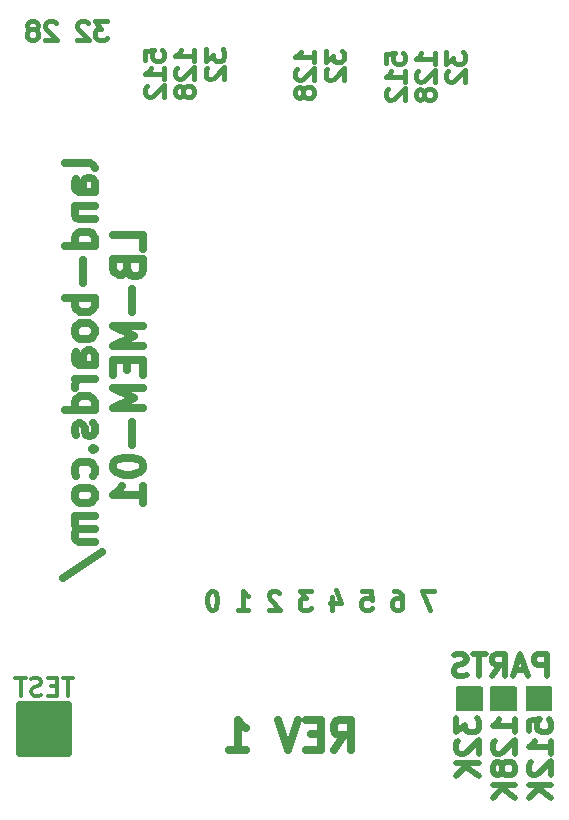
<source format=gbo>
G04 #@! TF.GenerationSoftware,KiCad,Pcbnew,(6.0.1)*
G04 #@! TF.CreationDate,2022-09-09T10:36:18-04:00*
G04 #@! TF.ProjectId,LB-MEM-01,4c422d4d-454d-42d3-9031-2e6b69636164,1*
G04 #@! TF.SameCoordinates,Original*
G04 #@! TF.FileFunction,Legend,Bot*
G04 #@! TF.FilePolarity,Positive*
%FSLAX46Y46*%
G04 Gerber Fmt 4.6, Leading zero omitted, Abs format (unit mm)*
G04 Created by KiCad (PCBNEW (6.0.1)) date 2022-09-09 10:36:18*
%MOMM*%
%LPD*%
G01*
G04 APERTURE LIST*
%ADD10C,0.476250*%
%ADD11C,0.396875*%
%ADD12C,0.381000*%
%ADD13C,0.635000*%
%ADD14C,0.304800*%
%ADD15C,0.650000*%
G04 APERTURE END LIST*
D10*
X180440466Y-106678185D02*
X180440466Y-104773185D01*
X179714751Y-104773185D01*
X179533323Y-104863900D01*
X179442608Y-104954614D01*
X179351894Y-105136042D01*
X179351894Y-105408185D01*
X179442608Y-105589614D01*
X179533323Y-105680328D01*
X179714751Y-105771042D01*
X180440466Y-105771042D01*
X178626180Y-106133900D02*
X177719037Y-106133900D01*
X178807608Y-106678185D02*
X178172608Y-104773185D01*
X177537608Y-106678185D01*
X175814037Y-106678185D02*
X176449037Y-105771042D01*
X176902608Y-106678185D02*
X176902608Y-104773185D01*
X176176894Y-104773185D01*
X175995466Y-104863900D01*
X175904751Y-104954614D01*
X175814037Y-105136042D01*
X175814037Y-105408185D01*
X175904751Y-105589614D01*
X175995466Y-105680328D01*
X176176894Y-105771042D01*
X176902608Y-105771042D01*
X175269751Y-104773185D02*
X174181180Y-104773185D01*
X174725466Y-106678185D02*
X174725466Y-104773185D01*
X173636894Y-106587471D02*
X173364751Y-106678185D01*
X172911180Y-106678185D01*
X172729751Y-106587471D01*
X172639037Y-106496757D01*
X172548323Y-106315328D01*
X172548323Y-106133900D01*
X172639037Y-105952471D01*
X172729751Y-105861757D01*
X172911180Y-105771042D01*
X173274037Y-105680328D01*
X173455466Y-105589614D01*
X173546180Y-105498900D01*
X173636894Y-105317471D01*
X173636894Y-105136042D01*
X173546180Y-104954614D01*
X173455466Y-104863900D01*
X173274037Y-104773185D01*
X172820466Y-104773185D01*
X172548323Y-104863900D01*
D11*
X160730217Y-54705892D02*
X160730217Y-53798749D01*
X160730217Y-54252321D02*
X159142717Y-54252321D01*
X159369503Y-54101130D01*
X159520693Y-53949940D01*
X159596289Y-53798749D01*
X159293908Y-55310654D02*
X159218313Y-55386249D01*
X159142717Y-55537440D01*
X159142717Y-55915416D01*
X159218313Y-56066606D01*
X159293908Y-56142202D01*
X159445098Y-56217797D01*
X159596289Y-56217797D01*
X159823074Y-56142202D01*
X160730217Y-55235059D01*
X160730217Y-56217797D01*
X159823074Y-57124940D02*
X159747479Y-56973749D01*
X159671884Y-56898154D01*
X159520693Y-56822559D01*
X159445098Y-56822559D01*
X159293908Y-56898154D01*
X159218313Y-56973749D01*
X159142717Y-57124940D01*
X159142717Y-57427321D01*
X159218313Y-57578511D01*
X159293908Y-57654106D01*
X159445098Y-57729702D01*
X159520693Y-57729702D01*
X159671884Y-57654106D01*
X159747479Y-57578511D01*
X159823074Y-57427321D01*
X159823074Y-57124940D01*
X159898670Y-56973749D01*
X159974265Y-56898154D01*
X160125455Y-56822559D01*
X160427836Y-56822559D01*
X160579027Y-56898154D01*
X160654622Y-56973749D01*
X160730217Y-57124940D01*
X160730217Y-57427321D01*
X160654622Y-57578511D01*
X160579027Y-57654106D01*
X160427836Y-57729702D01*
X160125455Y-57729702D01*
X159974265Y-57654106D01*
X159898670Y-57578511D01*
X159823074Y-57427321D01*
X161698592Y-53723154D02*
X161698592Y-54705892D01*
X162303354Y-54176725D01*
X162303354Y-54403511D01*
X162378949Y-54554702D01*
X162454545Y-54630297D01*
X162605735Y-54705892D01*
X162983711Y-54705892D01*
X163134902Y-54630297D01*
X163210497Y-54554702D01*
X163286092Y-54403511D01*
X163286092Y-53949940D01*
X163210497Y-53798749D01*
X163134902Y-53723154D01*
X161849783Y-55310654D02*
X161774188Y-55386249D01*
X161698592Y-55537440D01*
X161698592Y-55915416D01*
X161774188Y-56066606D01*
X161849783Y-56142202D01*
X162000973Y-56217797D01*
X162152164Y-56217797D01*
X162378949Y-56142202D01*
X163286092Y-55235059D01*
X163286092Y-56217797D01*
X146434779Y-54528697D02*
X146434779Y-53772744D01*
X147190732Y-53697149D01*
X147115136Y-53772744D01*
X147039541Y-53923935D01*
X147039541Y-54301911D01*
X147115136Y-54453102D01*
X147190732Y-54528697D01*
X147341922Y-54604292D01*
X147719898Y-54604292D01*
X147871089Y-54528697D01*
X147946684Y-54453102D01*
X148022279Y-54301911D01*
X148022279Y-53923935D01*
X147946684Y-53772744D01*
X147871089Y-53697149D01*
X148022279Y-56116197D02*
X148022279Y-55209054D01*
X148022279Y-55662625D02*
X146434779Y-55662625D01*
X146661565Y-55511435D01*
X146812755Y-55360244D01*
X146888351Y-55209054D01*
X146585970Y-56720959D02*
X146510375Y-56796554D01*
X146434779Y-56947744D01*
X146434779Y-57325721D01*
X146510375Y-57476911D01*
X146585970Y-57552506D01*
X146737160Y-57628102D01*
X146888351Y-57628102D01*
X147115136Y-57552506D01*
X148022279Y-56645363D01*
X148022279Y-57628102D01*
X150578154Y-54604292D02*
X150578154Y-53697149D01*
X150578154Y-54150721D02*
X148990654Y-54150721D01*
X149217440Y-53999530D01*
X149368630Y-53848340D01*
X149444226Y-53697149D01*
X149141845Y-55209054D02*
X149066250Y-55284649D01*
X148990654Y-55435840D01*
X148990654Y-55813816D01*
X149066250Y-55965006D01*
X149141845Y-56040602D01*
X149293035Y-56116197D01*
X149444226Y-56116197D01*
X149671011Y-56040602D01*
X150578154Y-55133459D01*
X150578154Y-56116197D01*
X149671011Y-57023340D02*
X149595416Y-56872149D01*
X149519821Y-56796554D01*
X149368630Y-56720959D01*
X149293035Y-56720959D01*
X149141845Y-56796554D01*
X149066250Y-56872149D01*
X148990654Y-57023340D01*
X148990654Y-57325721D01*
X149066250Y-57476911D01*
X149141845Y-57552506D01*
X149293035Y-57628102D01*
X149368630Y-57628102D01*
X149519821Y-57552506D01*
X149595416Y-57476911D01*
X149671011Y-57325721D01*
X149671011Y-57023340D01*
X149746607Y-56872149D01*
X149822202Y-56796554D01*
X149973392Y-56720959D01*
X150275773Y-56720959D01*
X150426964Y-56796554D01*
X150502559Y-56872149D01*
X150578154Y-57023340D01*
X150578154Y-57325721D01*
X150502559Y-57476911D01*
X150426964Y-57552506D01*
X150275773Y-57628102D01*
X149973392Y-57628102D01*
X149822202Y-57552506D01*
X149746607Y-57476911D01*
X149671011Y-57325721D01*
X151546529Y-53621554D02*
X151546529Y-54604292D01*
X152151291Y-54075125D01*
X152151291Y-54301911D01*
X152226886Y-54453102D01*
X152302482Y-54528697D01*
X152453672Y-54604292D01*
X152831648Y-54604292D01*
X152982839Y-54528697D01*
X153058434Y-54453102D01*
X153134029Y-54301911D01*
X153134029Y-53848340D01*
X153058434Y-53697149D01*
X152982839Y-53621554D01*
X151697720Y-55209054D02*
X151622125Y-55284649D01*
X151546529Y-55435840D01*
X151546529Y-55813816D01*
X151622125Y-55965006D01*
X151697720Y-56040602D01*
X151848910Y-56116197D01*
X152000101Y-56116197D01*
X152226886Y-56040602D01*
X153134029Y-55133459D01*
X153134029Y-56116197D01*
X166805579Y-54782697D02*
X166805579Y-54026744D01*
X167561532Y-53951149D01*
X167485936Y-54026744D01*
X167410341Y-54177935D01*
X167410341Y-54555911D01*
X167485936Y-54707102D01*
X167561532Y-54782697D01*
X167712722Y-54858292D01*
X168090698Y-54858292D01*
X168241889Y-54782697D01*
X168317484Y-54707102D01*
X168393079Y-54555911D01*
X168393079Y-54177935D01*
X168317484Y-54026744D01*
X168241889Y-53951149D01*
X168393079Y-56370197D02*
X168393079Y-55463054D01*
X168393079Y-55916625D02*
X166805579Y-55916625D01*
X167032365Y-55765435D01*
X167183555Y-55614244D01*
X167259151Y-55463054D01*
X166956770Y-56974959D02*
X166881175Y-57050554D01*
X166805579Y-57201744D01*
X166805579Y-57579721D01*
X166881175Y-57730911D01*
X166956770Y-57806506D01*
X167107960Y-57882102D01*
X167259151Y-57882102D01*
X167485936Y-57806506D01*
X168393079Y-56899363D01*
X168393079Y-57882102D01*
X170948954Y-54858292D02*
X170948954Y-53951149D01*
X170948954Y-54404721D02*
X169361454Y-54404721D01*
X169588240Y-54253530D01*
X169739430Y-54102340D01*
X169815026Y-53951149D01*
X169512645Y-55463054D02*
X169437050Y-55538649D01*
X169361454Y-55689840D01*
X169361454Y-56067816D01*
X169437050Y-56219006D01*
X169512645Y-56294602D01*
X169663835Y-56370197D01*
X169815026Y-56370197D01*
X170041811Y-56294602D01*
X170948954Y-55387459D01*
X170948954Y-56370197D01*
X170041811Y-57277340D02*
X169966216Y-57126149D01*
X169890621Y-57050554D01*
X169739430Y-56974959D01*
X169663835Y-56974959D01*
X169512645Y-57050554D01*
X169437050Y-57126149D01*
X169361454Y-57277340D01*
X169361454Y-57579721D01*
X169437050Y-57730911D01*
X169512645Y-57806506D01*
X169663835Y-57882102D01*
X169739430Y-57882102D01*
X169890621Y-57806506D01*
X169966216Y-57730911D01*
X170041811Y-57579721D01*
X170041811Y-57277340D01*
X170117407Y-57126149D01*
X170193002Y-57050554D01*
X170344192Y-56974959D01*
X170646573Y-56974959D01*
X170797764Y-57050554D01*
X170873359Y-57126149D01*
X170948954Y-57277340D01*
X170948954Y-57579721D01*
X170873359Y-57730911D01*
X170797764Y-57806506D01*
X170646573Y-57882102D01*
X170344192Y-57882102D01*
X170193002Y-57806506D01*
X170117407Y-57730911D01*
X170041811Y-57579721D01*
X171917329Y-53875554D02*
X171917329Y-54858292D01*
X172522091Y-54329125D01*
X172522091Y-54555911D01*
X172597686Y-54707102D01*
X172673282Y-54782697D01*
X172824472Y-54858292D01*
X173202448Y-54858292D01*
X173353639Y-54782697D01*
X173429234Y-54707102D01*
X173504829Y-54555911D01*
X173504829Y-54102340D01*
X173429234Y-53951149D01*
X173353639Y-53875554D01*
X172068520Y-55463054D02*
X171992925Y-55538649D01*
X171917329Y-55689840D01*
X171917329Y-56067816D01*
X171992925Y-56219006D01*
X172068520Y-56294602D01*
X172219710Y-56370197D01*
X172370901Y-56370197D01*
X172597686Y-56294602D01*
X173504829Y-55387459D01*
X173504829Y-56370197D01*
X143178325Y-51251454D02*
X142195587Y-51251454D01*
X142724754Y-51856216D01*
X142497968Y-51856216D01*
X142346778Y-51931811D01*
X142271183Y-52007407D01*
X142195587Y-52158597D01*
X142195587Y-52536573D01*
X142271183Y-52687764D01*
X142346778Y-52763359D01*
X142497968Y-52838954D01*
X142951540Y-52838954D01*
X143102730Y-52763359D01*
X143178325Y-52687764D01*
X141590825Y-51402645D02*
X141515230Y-51327050D01*
X141364040Y-51251454D01*
X140986063Y-51251454D01*
X140834873Y-51327050D01*
X140759278Y-51402645D01*
X140683683Y-51553835D01*
X140683683Y-51705026D01*
X140759278Y-51931811D01*
X141666421Y-52838954D01*
X140683683Y-52838954D01*
X138869397Y-51402645D02*
X138793802Y-51327050D01*
X138642611Y-51251454D01*
X138264635Y-51251454D01*
X138113444Y-51327050D01*
X138037849Y-51402645D01*
X137962254Y-51553835D01*
X137962254Y-51705026D01*
X138037849Y-51931811D01*
X138944992Y-52838954D01*
X137962254Y-52838954D01*
X137055111Y-51931811D02*
X137206302Y-51856216D01*
X137281897Y-51780621D01*
X137357492Y-51629430D01*
X137357492Y-51553835D01*
X137281897Y-51402645D01*
X137206302Y-51327050D01*
X137055111Y-51251454D01*
X136752730Y-51251454D01*
X136601540Y-51327050D01*
X136525944Y-51402645D01*
X136450349Y-51553835D01*
X136450349Y-51629430D01*
X136525944Y-51780621D01*
X136601540Y-51856216D01*
X136752730Y-51931811D01*
X137055111Y-51931811D01*
X137206302Y-52007407D01*
X137281897Y-52083002D01*
X137357492Y-52234192D01*
X137357492Y-52536573D01*
X137281897Y-52687764D01*
X137206302Y-52763359D01*
X137055111Y-52838954D01*
X136752730Y-52838954D01*
X136601540Y-52763359D01*
X136525944Y-52687764D01*
X136450349Y-52536573D01*
X136450349Y-52234192D01*
X136525944Y-52083002D01*
X136601540Y-52007407D01*
X136752730Y-51931811D01*
D12*
X170891200Y-99460654D02*
X169875200Y-99460654D01*
X170528342Y-101048154D01*
X167480342Y-99460654D02*
X167770628Y-99460654D01*
X167915771Y-99536250D01*
X167988342Y-99611845D01*
X168133485Y-99838630D01*
X168206057Y-100141011D01*
X168206057Y-100745773D01*
X168133485Y-100896964D01*
X168060914Y-100972559D01*
X167915771Y-101048154D01*
X167625485Y-101048154D01*
X167480342Y-100972559D01*
X167407771Y-100896964D01*
X167335200Y-100745773D01*
X167335200Y-100367797D01*
X167407771Y-100216607D01*
X167480342Y-100141011D01*
X167625485Y-100065416D01*
X167915771Y-100065416D01*
X168060914Y-100141011D01*
X168133485Y-100216607D01*
X168206057Y-100367797D01*
X164795200Y-99460654D02*
X165520914Y-99460654D01*
X165593485Y-100216607D01*
X165520914Y-100141011D01*
X165375771Y-100065416D01*
X165012914Y-100065416D01*
X164867771Y-100141011D01*
X164795200Y-100216607D01*
X164722628Y-100367797D01*
X164722628Y-100745773D01*
X164795200Y-100896964D01*
X164867771Y-100972559D01*
X165012914Y-101048154D01*
X165375771Y-101048154D01*
X165520914Y-100972559D01*
X165593485Y-100896964D01*
X162255200Y-99989821D02*
X162255200Y-101048154D01*
X162618057Y-99385059D02*
X162980914Y-100518988D01*
X162037485Y-100518988D01*
X160440914Y-99460654D02*
X159497485Y-99460654D01*
X160005485Y-100065416D01*
X159787771Y-100065416D01*
X159642628Y-100141011D01*
X159570057Y-100216607D01*
X159497485Y-100367797D01*
X159497485Y-100745773D01*
X159570057Y-100896964D01*
X159642628Y-100972559D01*
X159787771Y-101048154D01*
X160223200Y-101048154D01*
X160368342Y-100972559D01*
X160440914Y-100896964D01*
X157755771Y-99611845D02*
X157683200Y-99536250D01*
X157538057Y-99460654D01*
X157175200Y-99460654D01*
X157030057Y-99536250D01*
X156957485Y-99611845D01*
X156884914Y-99763035D01*
X156884914Y-99914226D01*
X156957485Y-100141011D01*
X157828342Y-101048154D01*
X156884914Y-101048154D01*
X154272342Y-101048154D02*
X155143200Y-101048154D01*
X154707771Y-101048154D02*
X154707771Y-99460654D01*
X154852914Y-99687440D01*
X154998057Y-99838630D01*
X155143200Y-99914226D01*
X152167771Y-99460654D02*
X152022628Y-99460654D01*
X151877485Y-99536250D01*
X151804914Y-99611845D01*
X151732342Y-99763035D01*
X151659771Y-100065416D01*
X151659771Y-100443392D01*
X151732342Y-100745773D01*
X151804914Y-100896964D01*
X151877485Y-100972559D01*
X152022628Y-101048154D01*
X152167771Y-101048154D01*
X152312914Y-100972559D01*
X152385485Y-100896964D01*
X152458057Y-100745773D01*
X152530628Y-100443392D01*
X152530628Y-100065416D01*
X152458057Y-99763035D01*
X152385485Y-99611845D01*
X152312914Y-99536250D01*
X152167771Y-99460654D01*
D13*
X142157147Y-63625790D02*
X142036195Y-63383885D01*
X141794290Y-63262933D01*
X139617147Y-63262933D01*
X142157147Y-65681980D02*
X140826671Y-65681980D01*
X140584766Y-65561028D01*
X140463814Y-65319123D01*
X140463814Y-64835314D01*
X140584766Y-64593409D01*
X142036195Y-65681980D02*
X142157147Y-65440076D01*
X142157147Y-64835314D01*
X142036195Y-64593409D01*
X141794290Y-64472457D01*
X141552385Y-64472457D01*
X141310480Y-64593409D01*
X141189528Y-64835314D01*
X141189528Y-65440076D01*
X141068576Y-65681980D01*
X140463814Y-66891504D02*
X142157147Y-66891504D01*
X140705719Y-66891504D02*
X140584766Y-67012457D01*
X140463814Y-67254361D01*
X140463814Y-67617219D01*
X140584766Y-67859123D01*
X140826671Y-67980076D01*
X142157147Y-67980076D01*
X142157147Y-70278171D02*
X139617147Y-70278171D01*
X142036195Y-70278171D02*
X142157147Y-70036266D01*
X142157147Y-69552457D01*
X142036195Y-69310552D01*
X141915242Y-69189600D01*
X141673338Y-69068647D01*
X140947623Y-69068647D01*
X140705719Y-69189600D01*
X140584766Y-69310552D01*
X140463814Y-69552457D01*
X140463814Y-70036266D01*
X140584766Y-70278171D01*
X141189528Y-71487695D02*
X141189528Y-73422933D01*
X142157147Y-74632457D02*
X139617147Y-74632457D01*
X140584766Y-74632457D02*
X140463814Y-74874361D01*
X140463814Y-75358171D01*
X140584766Y-75600076D01*
X140705719Y-75721028D01*
X140947623Y-75841980D01*
X141673338Y-75841980D01*
X141915242Y-75721028D01*
X142036195Y-75600076D01*
X142157147Y-75358171D01*
X142157147Y-74874361D01*
X142036195Y-74632457D01*
X142157147Y-77293409D02*
X142036195Y-77051504D01*
X141915242Y-76930552D01*
X141673338Y-76809600D01*
X140947623Y-76809600D01*
X140705719Y-76930552D01*
X140584766Y-77051504D01*
X140463814Y-77293409D01*
X140463814Y-77656266D01*
X140584766Y-77898171D01*
X140705719Y-78019123D01*
X140947623Y-78140076D01*
X141673338Y-78140076D01*
X141915242Y-78019123D01*
X142036195Y-77898171D01*
X142157147Y-77656266D01*
X142157147Y-77293409D01*
X142157147Y-80317219D02*
X140826671Y-80317219D01*
X140584766Y-80196266D01*
X140463814Y-79954361D01*
X140463814Y-79470552D01*
X140584766Y-79228647D01*
X142036195Y-80317219D02*
X142157147Y-80075314D01*
X142157147Y-79470552D01*
X142036195Y-79228647D01*
X141794290Y-79107695D01*
X141552385Y-79107695D01*
X141310480Y-79228647D01*
X141189528Y-79470552D01*
X141189528Y-80075314D01*
X141068576Y-80317219D01*
X142157147Y-81526742D02*
X140463814Y-81526742D01*
X140947623Y-81526742D02*
X140705719Y-81647695D01*
X140584766Y-81768647D01*
X140463814Y-82010552D01*
X140463814Y-82252457D01*
X142157147Y-84187695D02*
X139617147Y-84187695D01*
X142036195Y-84187695D02*
X142157147Y-83945790D01*
X142157147Y-83461980D01*
X142036195Y-83220076D01*
X141915242Y-83099123D01*
X141673338Y-82978171D01*
X140947623Y-82978171D01*
X140705719Y-83099123D01*
X140584766Y-83220076D01*
X140463814Y-83461980D01*
X140463814Y-83945790D01*
X140584766Y-84187695D01*
X142036195Y-85276266D02*
X142157147Y-85518171D01*
X142157147Y-86001980D01*
X142036195Y-86243885D01*
X141794290Y-86364838D01*
X141673338Y-86364838D01*
X141431433Y-86243885D01*
X141310480Y-86001980D01*
X141310480Y-85639123D01*
X141189528Y-85397219D01*
X140947623Y-85276266D01*
X140826671Y-85276266D01*
X140584766Y-85397219D01*
X140463814Y-85639123D01*
X140463814Y-86001980D01*
X140584766Y-86243885D01*
X141915242Y-87453409D02*
X142036195Y-87574361D01*
X142157147Y-87453409D01*
X142036195Y-87332457D01*
X141915242Y-87453409D01*
X142157147Y-87453409D01*
X142036195Y-89751504D02*
X142157147Y-89509600D01*
X142157147Y-89025790D01*
X142036195Y-88783885D01*
X141915242Y-88662933D01*
X141673338Y-88541980D01*
X140947623Y-88541980D01*
X140705719Y-88662933D01*
X140584766Y-88783885D01*
X140463814Y-89025790D01*
X140463814Y-89509600D01*
X140584766Y-89751504D01*
X142157147Y-91202933D02*
X142036195Y-90961028D01*
X141915242Y-90840076D01*
X141673338Y-90719123D01*
X140947623Y-90719123D01*
X140705719Y-90840076D01*
X140584766Y-90961028D01*
X140463814Y-91202933D01*
X140463814Y-91565790D01*
X140584766Y-91807695D01*
X140705719Y-91928647D01*
X140947623Y-92049600D01*
X141673338Y-92049600D01*
X141915242Y-91928647D01*
X142036195Y-91807695D01*
X142157147Y-91565790D01*
X142157147Y-91202933D01*
X142157147Y-93138171D02*
X140463814Y-93138171D01*
X140705719Y-93138171D02*
X140584766Y-93259123D01*
X140463814Y-93501028D01*
X140463814Y-93863885D01*
X140584766Y-94105790D01*
X140826671Y-94226742D01*
X142157147Y-94226742D01*
X140826671Y-94226742D02*
X140584766Y-94347695D01*
X140463814Y-94589600D01*
X140463814Y-94952457D01*
X140584766Y-95194361D01*
X140826671Y-95315314D01*
X142157147Y-95315314D01*
X139496195Y-98339123D02*
X142761909Y-96161980D01*
X146246547Y-70520076D02*
X146246547Y-69310552D01*
X143706547Y-69310552D01*
X144916071Y-72213409D02*
X145037023Y-72576266D01*
X145157976Y-72697219D01*
X145399880Y-72818171D01*
X145762738Y-72818171D01*
X146004642Y-72697219D01*
X146125595Y-72576266D01*
X146246547Y-72334361D01*
X146246547Y-71366742D01*
X143706547Y-71366742D01*
X143706547Y-72213409D01*
X143827500Y-72455314D01*
X143948452Y-72576266D01*
X144190357Y-72697219D01*
X144432261Y-72697219D01*
X144674166Y-72576266D01*
X144795119Y-72455314D01*
X144916071Y-72213409D01*
X144916071Y-71366742D01*
X145278928Y-73906742D02*
X145278928Y-75841980D01*
X146246547Y-77051504D02*
X143706547Y-77051504D01*
X145520833Y-77898171D01*
X143706547Y-78744838D01*
X146246547Y-78744838D01*
X144916071Y-79954361D02*
X144916071Y-80801028D01*
X146246547Y-81163885D02*
X146246547Y-79954361D01*
X143706547Y-79954361D01*
X143706547Y-81163885D01*
X146246547Y-82252457D02*
X143706547Y-82252457D01*
X145520833Y-83099123D01*
X143706547Y-83945790D01*
X146246547Y-83945790D01*
X145278928Y-85155314D02*
X145278928Y-87090552D01*
X143706547Y-88783885D02*
X143706547Y-89025790D01*
X143827500Y-89267695D01*
X143948452Y-89388647D01*
X144190357Y-89509600D01*
X144674166Y-89630552D01*
X145278928Y-89630552D01*
X145762738Y-89509600D01*
X146004642Y-89388647D01*
X146125595Y-89267695D01*
X146246547Y-89025790D01*
X146246547Y-88783885D01*
X146125595Y-88541980D01*
X146004642Y-88421028D01*
X145762738Y-88300076D01*
X145278928Y-88179123D01*
X144674166Y-88179123D01*
X144190357Y-88300076D01*
X143948452Y-88421028D01*
X143827500Y-88541980D01*
X143706547Y-88783885D01*
X146246547Y-92049600D02*
X146246547Y-90598171D01*
X146246547Y-91323885D02*
X143706547Y-91323885D01*
X144069404Y-91081980D01*
X144311309Y-90840076D01*
X144432261Y-90598171D01*
X162378571Y-112909047D02*
X163225238Y-111699523D01*
X163830000Y-112909047D02*
X163830000Y-110369047D01*
X162862380Y-110369047D01*
X162620476Y-110490000D01*
X162499523Y-110610952D01*
X162378571Y-110852857D01*
X162378571Y-111215714D01*
X162499523Y-111457619D01*
X162620476Y-111578571D01*
X162862380Y-111699523D01*
X163830000Y-111699523D01*
X161290000Y-111578571D02*
X160443333Y-111578571D01*
X160080476Y-112909047D02*
X161290000Y-112909047D01*
X161290000Y-110369047D01*
X160080476Y-110369047D01*
X159354761Y-110369047D02*
X158508095Y-112909047D01*
X157661428Y-110369047D01*
X153549047Y-112909047D02*
X155000476Y-112909047D01*
X154274761Y-112909047D02*
X154274761Y-110369047D01*
X154516666Y-110731904D01*
X154758571Y-110973809D01*
X155000476Y-111094761D01*
D10*
X172775335Y-110258905D02*
X172775335Y-111438191D01*
X173501050Y-110803191D01*
X173501050Y-111075333D01*
X173591764Y-111256762D01*
X173682478Y-111347476D01*
X173863907Y-111438191D01*
X174317478Y-111438191D01*
X174498907Y-111347476D01*
X174589621Y-111256762D01*
X174680335Y-111075333D01*
X174680335Y-110531048D01*
X174589621Y-110349619D01*
X174498907Y-110258905D01*
X172956764Y-112163905D02*
X172866050Y-112254619D01*
X172775335Y-112436048D01*
X172775335Y-112889619D01*
X172866050Y-113071048D01*
X172956764Y-113161762D01*
X173138192Y-113252476D01*
X173319621Y-113252476D01*
X173591764Y-113161762D01*
X174680335Y-112073191D01*
X174680335Y-113252476D01*
X174680335Y-114068905D02*
X172775335Y-114068905D01*
X174680335Y-115157476D02*
X173591764Y-114341048D01*
X172775335Y-115157476D02*
X173863907Y-114068905D01*
X177747385Y-111438191D02*
X177747385Y-110349619D01*
X177747385Y-110893905D02*
X175842385Y-110893905D01*
X176114528Y-110712476D01*
X176295957Y-110531048D01*
X176386671Y-110349619D01*
X176023814Y-112163905D02*
X175933100Y-112254619D01*
X175842385Y-112436048D01*
X175842385Y-112889619D01*
X175933100Y-113071048D01*
X176023814Y-113161762D01*
X176205242Y-113252476D01*
X176386671Y-113252476D01*
X176658814Y-113161762D01*
X177747385Y-112073191D01*
X177747385Y-113252476D01*
X176658814Y-114341048D02*
X176568100Y-114159619D01*
X176477385Y-114068905D01*
X176295957Y-113978191D01*
X176205242Y-113978191D01*
X176023814Y-114068905D01*
X175933100Y-114159619D01*
X175842385Y-114341048D01*
X175842385Y-114703905D01*
X175933100Y-114885333D01*
X176023814Y-114976048D01*
X176205242Y-115066762D01*
X176295957Y-115066762D01*
X176477385Y-114976048D01*
X176568100Y-114885333D01*
X176658814Y-114703905D01*
X176658814Y-114341048D01*
X176749528Y-114159619D01*
X176840242Y-114068905D01*
X177021671Y-113978191D01*
X177384528Y-113978191D01*
X177565957Y-114068905D01*
X177656671Y-114159619D01*
X177747385Y-114341048D01*
X177747385Y-114703905D01*
X177656671Y-114885333D01*
X177565957Y-114976048D01*
X177384528Y-115066762D01*
X177021671Y-115066762D01*
X176840242Y-114976048D01*
X176749528Y-114885333D01*
X176658814Y-114703905D01*
X177747385Y-115883191D02*
X175842385Y-115883191D01*
X177747385Y-116971762D02*
X176658814Y-116155333D01*
X175842385Y-116971762D02*
X176930957Y-115883191D01*
X178909435Y-111347476D02*
X178909435Y-110440333D01*
X179816578Y-110349619D01*
X179725864Y-110440333D01*
X179635150Y-110621762D01*
X179635150Y-111075333D01*
X179725864Y-111256762D01*
X179816578Y-111347476D01*
X179998007Y-111438191D01*
X180451578Y-111438191D01*
X180633007Y-111347476D01*
X180723721Y-111256762D01*
X180814435Y-111075333D01*
X180814435Y-110621762D01*
X180723721Y-110440333D01*
X180633007Y-110349619D01*
X180814435Y-113252476D02*
X180814435Y-112163905D01*
X180814435Y-112708191D02*
X178909435Y-112708191D01*
X179181578Y-112526762D01*
X179363007Y-112345333D01*
X179453721Y-112163905D01*
X179090864Y-113978191D02*
X179000150Y-114068905D01*
X178909435Y-114250333D01*
X178909435Y-114703905D01*
X179000150Y-114885333D01*
X179090864Y-114976048D01*
X179272292Y-115066762D01*
X179453721Y-115066762D01*
X179725864Y-114976048D01*
X180814435Y-113887476D01*
X180814435Y-115066762D01*
X180814435Y-115883191D02*
X178909435Y-115883191D01*
X180814435Y-116971762D02*
X179725864Y-116155333D01*
X178909435Y-116971762D02*
X179998007Y-115883191D01*
D14*
X140302342Y-106815828D02*
X139431485Y-106815828D01*
X139866914Y-108339828D02*
X139866914Y-106815828D01*
X138923485Y-107541542D02*
X138415485Y-107541542D01*
X138197771Y-108339828D02*
X138923485Y-108339828D01*
X138923485Y-106815828D01*
X138197771Y-106815828D01*
X137617200Y-108267257D02*
X137399485Y-108339828D01*
X137036628Y-108339828D01*
X136891485Y-108267257D01*
X136818914Y-108194685D01*
X136746342Y-108049542D01*
X136746342Y-107904400D01*
X136818914Y-107759257D01*
X136891485Y-107686685D01*
X137036628Y-107614114D01*
X137326914Y-107541542D01*
X137472057Y-107468971D01*
X137544628Y-107396400D01*
X137617200Y-107251257D01*
X137617200Y-107106114D01*
X137544628Y-106960971D01*
X137472057Y-106888400D01*
X137326914Y-106815828D01*
X136964057Y-106815828D01*
X136746342Y-106888400D01*
X136310914Y-106815828D02*
X135440057Y-106815828D01*
X135875485Y-108339828D02*
X135875485Y-106815828D01*
D15*
X135871200Y-109150400D02*
X139871200Y-109150400D01*
X139871200Y-109150400D02*
X139871200Y-113150400D01*
X139871200Y-113150400D02*
X135871200Y-113150400D01*
X135871200Y-113150400D02*
X135871200Y-109150400D01*
X135871200Y-109150400D02*
X135871200Y-109650400D01*
X135871200Y-109650400D02*
X139871200Y-109650400D01*
X139871200Y-109650400D02*
X139871200Y-110150400D01*
X139871200Y-110150400D02*
X135871200Y-110150400D01*
X135871200Y-110150400D02*
X135871200Y-110650400D01*
X135871200Y-110650400D02*
X139871200Y-110650400D01*
X139871200Y-110650400D02*
X139871200Y-111150400D01*
X139871200Y-111150400D02*
X135871200Y-111150400D01*
X135871200Y-111150400D02*
X135871200Y-111650400D01*
X135871200Y-111650400D02*
X139371200Y-111650400D01*
X139371200Y-111650400D02*
X139871200Y-111650400D01*
X139871200Y-111650400D02*
X139871200Y-112150400D01*
X139871200Y-112150400D02*
X135871200Y-112150400D01*
X135871200Y-112150400D02*
X135871200Y-112650400D01*
X135871200Y-112650400D02*
X139871200Y-112650400D01*
G36*
X174948121Y-107563602D02*
G01*
X174994614Y-107617258D01*
X175006000Y-107669600D01*
X175006000Y-109525800D01*
X174985998Y-109593921D01*
X174932342Y-109640414D01*
X174880000Y-109651800D01*
X172871400Y-109651800D01*
X172803279Y-109631798D01*
X172756786Y-109578142D01*
X172745400Y-109525800D01*
X172745400Y-107669600D01*
X172765402Y-107601479D01*
X172819058Y-107554986D01*
X172871400Y-107543600D01*
X174880000Y-107543600D01*
X174948121Y-107563602D01*
G37*
G36*
X177843721Y-107563602D02*
G01*
X177890214Y-107617258D01*
X177901600Y-107669600D01*
X177901600Y-109525800D01*
X177881598Y-109593921D01*
X177827942Y-109640414D01*
X177775600Y-109651800D01*
X175767000Y-109651800D01*
X175698879Y-109631798D01*
X175652386Y-109578142D01*
X175641000Y-109525800D01*
X175641000Y-107669600D01*
X175661002Y-107601479D01*
X175714658Y-107554986D01*
X175767000Y-107543600D01*
X177775600Y-107543600D01*
X177843721Y-107563602D01*
G37*
G36*
X180840921Y-107563602D02*
G01*
X180887414Y-107617258D01*
X180898800Y-107669600D01*
X180898800Y-109525800D01*
X180878798Y-109593921D01*
X180825142Y-109640414D01*
X180772800Y-109651800D01*
X178764200Y-109651800D01*
X178696079Y-109631798D01*
X178649586Y-109578142D01*
X178638200Y-109525800D01*
X178638200Y-107669600D01*
X178658202Y-107601479D01*
X178711858Y-107554986D01*
X178764200Y-107543600D01*
X180772800Y-107543600D01*
X180840921Y-107563602D01*
G37*
M02*

</source>
